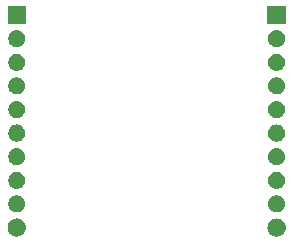
<source format=gbs>
G04 #@! TF.GenerationSoftware,KiCad,Pcbnew,(5.1.5-0-10_14)*
G04 #@! TF.CreationDate,2020-04-11T19:26:15-04:00*
G04 #@! TF.ProjectId,crazyflie-usd-spi3,6372617a-7966-46c6-9965-2d7573642d73,rev?*
G04 #@! TF.SameCoordinates,Original*
G04 #@! TF.FileFunction,Soldermask,Bot*
G04 #@! TF.FilePolarity,Negative*
%FSLAX46Y46*%
G04 Gerber Fmt 4.6, Leading zero omitted, Abs format (unit mm)*
G04 Created by KiCad (PCBNEW (5.1.5-0-10_14)) date 2020-04-11 19:26:15*
%MOMM*%
%LPD*%
G04 APERTURE LIST*
%ADD10C,0.100000*%
G04 APERTURE END LIST*
D10*
G36*
X160655946Y-76241142D02*
G01*
X160801092Y-76285171D01*
X160934859Y-76356671D01*
X161052106Y-76452894D01*
X161148329Y-76570141D01*
X161219829Y-76703908D01*
X161263858Y-76849054D01*
X161278725Y-77000000D01*
X161263858Y-77150946D01*
X161219829Y-77296092D01*
X161148329Y-77429859D01*
X161052106Y-77547106D01*
X160934859Y-77643329D01*
X160801092Y-77714829D01*
X160655946Y-77758858D01*
X160542820Y-77770000D01*
X160457180Y-77770000D01*
X160344054Y-77758858D01*
X160198908Y-77714829D01*
X160065141Y-77643329D01*
X159947894Y-77547106D01*
X159851671Y-77429859D01*
X159780171Y-77296092D01*
X159736142Y-77150946D01*
X159721275Y-77000000D01*
X159736142Y-76849054D01*
X159780171Y-76703908D01*
X159851671Y-76570141D01*
X159947894Y-76452894D01*
X160065141Y-76356671D01*
X160198908Y-76285171D01*
X160344054Y-76241142D01*
X160457180Y-76230000D01*
X160542820Y-76230000D01*
X160655946Y-76241142D01*
G37*
G36*
X138655946Y-76241142D02*
G01*
X138801092Y-76285171D01*
X138934859Y-76356671D01*
X139052106Y-76452894D01*
X139148329Y-76570141D01*
X139219829Y-76703908D01*
X139263858Y-76849054D01*
X139278725Y-77000000D01*
X139263858Y-77150946D01*
X139219829Y-77296092D01*
X139148329Y-77429859D01*
X139052106Y-77547106D01*
X138934859Y-77643329D01*
X138801092Y-77714829D01*
X138655946Y-77758858D01*
X138542820Y-77770000D01*
X138457180Y-77770000D01*
X138344054Y-77758858D01*
X138198908Y-77714829D01*
X138065141Y-77643329D01*
X137947894Y-77547106D01*
X137851671Y-77429859D01*
X137780171Y-77296092D01*
X137736142Y-77150946D01*
X137721275Y-77000000D01*
X137736142Y-76849054D01*
X137780171Y-76703908D01*
X137851671Y-76570141D01*
X137947894Y-76452894D01*
X138065141Y-76356671D01*
X138198908Y-76285171D01*
X138344054Y-76241142D01*
X138457180Y-76230000D01*
X138542820Y-76230000D01*
X138655946Y-76241142D01*
G37*
G36*
X160641440Y-74288930D02*
G01*
X160711475Y-74302861D01*
X160794678Y-74337325D01*
X160843419Y-74357514D01*
X160962161Y-74436855D01*
X161063145Y-74537839D01*
X161142486Y-74656581D01*
X161197139Y-74788526D01*
X161225000Y-74928593D01*
X161225000Y-75071407D01*
X161197139Y-75211474D01*
X161142486Y-75343419D01*
X161063145Y-75462161D01*
X160962161Y-75563145D01*
X160843419Y-75642486D01*
X160794678Y-75662675D01*
X160711475Y-75697139D01*
X160641441Y-75711069D01*
X160571407Y-75725000D01*
X160428593Y-75725000D01*
X160358560Y-75711070D01*
X160288525Y-75697139D01*
X160205322Y-75662675D01*
X160156581Y-75642486D01*
X160037839Y-75563145D01*
X159936855Y-75462161D01*
X159857514Y-75343419D01*
X159802861Y-75211474D01*
X159775000Y-75071407D01*
X159775000Y-74928593D01*
X159802861Y-74788526D01*
X159857514Y-74656581D01*
X159936855Y-74537839D01*
X160037839Y-74436855D01*
X160156581Y-74357514D01*
X160205322Y-74337325D01*
X160288525Y-74302861D01*
X160358560Y-74288930D01*
X160428593Y-74275000D01*
X160571407Y-74275000D01*
X160641440Y-74288930D01*
G37*
G36*
X138641440Y-74288930D02*
G01*
X138711475Y-74302861D01*
X138794678Y-74337325D01*
X138843419Y-74357514D01*
X138962161Y-74436855D01*
X139063145Y-74537839D01*
X139142486Y-74656581D01*
X139197139Y-74788526D01*
X139225000Y-74928593D01*
X139225000Y-75071407D01*
X139197139Y-75211474D01*
X139142486Y-75343419D01*
X139063145Y-75462161D01*
X138962161Y-75563145D01*
X138843419Y-75642486D01*
X138794678Y-75662675D01*
X138711475Y-75697139D01*
X138641440Y-75711070D01*
X138571407Y-75725000D01*
X138428593Y-75725000D01*
X138358560Y-75711070D01*
X138288525Y-75697139D01*
X138205322Y-75662675D01*
X138156581Y-75642486D01*
X138037839Y-75563145D01*
X137936855Y-75462161D01*
X137857514Y-75343419D01*
X137802861Y-75211474D01*
X137775000Y-75071407D01*
X137775000Y-74928593D01*
X137802861Y-74788526D01*
X137857514Y-74656581D01*
X137936855Y-74537839D01*
X138037839Y-74436855D01*
X138156581Y-74357514D01*
X138205322Y-74337325D01*
X138288525Y-74302861D01*
X138358560Y-74288930D01*
X138428593Y-74275000D01*
X138571407Y-74275000D01*
X138641440Y-74288930D01*
G37*
G36*
X160641441Y-72288931D02*
G01*
X160711475Y-72302861D01*
X160794678Y-72337325D01*
X160843419Y-72357514D01*
X160962161Y-72436855D01*
X161063145Y-72537839D01*
X161142486Y-72656581D01*
X161197139Y-72788526D01*
X161225000Y-72928593D01*
X161225000Y-73071407D01*
X161197139Y-73211474D01*
X161142486Y-73343419D01*
X161063145Y-73462161D01*
X160962161Y-73563145D01*
X160843419Y-73642486D01*
X160794678Y-73662675D01*
X160711475Y-73697139D01*
X160641440Y-73711070D01*
X160571407Y-73725000D01*
X160428593Y-73725000D01*
X160358560Y-73711070D01*
X160288525Y-73697139D01*
X160205322Y-73662675D01*
X160156581Y-73642486D01*
X160037839Y-73563145D01*
X159936855Y-73462161D01*
X159857514Y-73343419D01*
X159802861Y-73211474D01*
X159775000Y-73071407D01*
X159775000Y-72928593D01*
X159802861Y-72788526D01*
X159857514Y-72656581D01*
X159936855Y-72537839D01*
X160037839Y-72436855D01*
X160156581Y-72357514D01*
X160205322Y-72337325D01*
X160288525Y-72302861D01*
X160358559Y-72288931D01*
X160428593Y-72275000D01*
X160571407Y-72275000D01*
X160641441Y-72288931D01*
G37*
G36*
X138641441Y-72288931D02*
G01*
X138711475Y-72302861D01*
X138794678Y-72337325D01*
X138843419Y-72357514D01*
X138962161Y-72436855D01*
X139063145Y-72537839D01*
X139142486Y-72656581D01*
X139197139Y-72788526D01*
X139225000Y-72928593D01*
X139225000Y-73071407D01*
X139197139Y-73211474D01*
X139142486Y-73343419D01*
X139063145Y-73462161D01*
X138962161Y-73563145D01*
X138843419Y-73642486D01*
X138794678Y-73662675D01*
X138711475Y-73697139D01*
X138641440Y-73711070D01*
X138571407Y-73725000D01*
X138428593Y-73725000D01*
X138358560Y-73711070D01*
X138288525Y-73697139D01*
X138205322Y-73662675D01*
X138156581Y-73642486D01*
X138037839Y-73563145D01*
X137936855Y-73462161D01*
X137857514Y-73343419D01*
X137802861Y-73211474D01*
X137775000Y-73071407D01*
X137775000Y-72928593D01*
X137802861Y-72788526D01*
X137857514Y-72656581D01*
X137936855Y-72537839D01*
X138037839Y-72436855D01*
X138156581Y-72357514D01*
X138205322Y-72337325D01*
X138288525Y-72302861D01*
X138358559Y-72288931D01*
X138428593Y-72275000D01*
X138571407Y-72275000D01*
X138641441Y-72288931D01*
G37*
G36*
X160641440Y-70288930D02*
G01*
X160711475Y-70302861D01*
X160794678Y-70337325D01*
X160843419Y-70357514D01*
X160962161Y-70436855D01*
X161063145Y-70537839D01*
X161142486Y-70656581D01*
X161197139Y-70788526D01*
X161225000Y-70928593D01*
X161225000Y-71071407D01*
X161197139Y-71211474D01*
X161142486Y-71343419D01*
X161063145Y-71462161D01*
X160962161Y-71563145D01*
X160843419Y-71642486D01*
X160794678Y-71662675D01*
X160711475Y-71697139D01*
X160641440Y-71711070D01*
X160571407Y-71725000D01*
X160428593Y-71725000D01*
X160358560Y-71711070D01*
X160288525Y-71697139D01*
X160205322Y-71662675D01*
X160156581Y-71642486D01*
X160037839Y-71563145D01*
X159936855Y-71462161D01*
X159857514Y-71343419D01*
X159802861Y-71211474D01*
X159775000Y-71071407D01*
X159775000Y-70928593D01*
X159802861Y-70788526D01*
X159857514Y-70656581D01*
X159936855Y-70537839D01*
X160037839Y-70436855D01*
X160156581Y-70357514D01*
X160205322Y-70337325D01*
X160288525Y-70302861D01*
X160358560Y-70288930D01*
X160428593Y-70275000D01*
X160571407Y-70275000D01*
X160641440Y-70288930D01*
G37*
G36*
X138641440Y-70288930D02*
G01*
X138711475Y-70302861D01*
X138794678Y-70337325D01*
X138843419Y-70357514D01*
X138962161Y-70436855D01*
X139063145Y-70537839D01*
X139142486Y-70656581D01*
X139197139Y-70788526D01*
X139225000Y-70928593D01*
X139225000Y-71071407D01*
X139197139Y-71211474D01*
X139142486Y-71343419D01*
X139063145Y-71462161D01*
X138962161Y-71563145D01*
X138843419Y-71642486D01*
X138794678Y-71662675D01*
X138711475Y-71697139D01*
X138641440Y-71711070D01*
X138571407Y-71725000D01*
X138428593Y-71725000D01*
X138358560Y-71711070D01*
X138288525Y-71697139D01*
X138205322Y-71662675D01*
X138156581Y-71642486D01*
X138037839Y-71563145D01*
X137936855Y-71462161D01*
X137857514Y-71343419D01*
X137802861Y-71211474D01*
X137775000Y-71071407D01*
X137775000Y-70928593D01*
X137802861Y-70788526D01*
X137857514Y-70656581D01*
X137936855Y-70537839D01*
X138037839Y-70436855D01*
X138156581Y-70357514D01*
X138205322Y-70337325D01*
X138288525Y-70302861D01*
X138358560Y-70288930D01*
X138428593Y-70275000D01*
X138571407Y-70275000D01*
X138641440Y-70288930D01*
G37*
G36*
X160641441Y-68288931D02*
G01*
X160711475Y-68302861D01*
X160794678Y-68337325D01*
X160843419Y-68357514D01*
X160962161Y-68436855D01*
X161063145Y-68537839D01*
X161142486Y-68656581D01*
X161197139Y-68788526D01*
X161225000Y-68928593D01*
X161225000Y-69071407D01*
X161197139Y-69211474D01*
X161142486Y-69343419D01*
X161063145Y-69462161D01*
X160962161Y-69563145D01*
X160843419Y-69642486D01*
X160794678Y-69662675D01*
X160711475Y-69697139D01*
X160641441Y-69711069D01*
X160571407Y-69725000D01*
X160428593Y-69725000D01*
X160358559Y-69711069D01*
X160288525Y-69697139D01*
X160205322Y-69662675D01*
X160156581Y-69642486D01*
X160037839Y-69563145D01*
X159936855Y-69462161D01*
X159857514Y-69343419D01*
X159802861Y-69211474D01*
X159775000Y-69071407D01*
X159775000Y-68928593D01*
X159802861Y-68788526D01*
X159857514Y-68656581D01*
X159936855Y-68537839D01*
X160037839Y-68436855D01*
X160156581Y-68357514D01*
X160205322Y-68337325D01*
X160288525Y-68302861D01*
X160358559Y-68288931D01*
X160428593Y-68275000D01*
X160571407Y-68275000D01*
X160641441Y-68288931D01*
G37*
G36*
X138641441Y-68288931D02*
G01*
X138711475Y-68302861D01*
X138794678Y-68337325D01*
X138843419Y-68357514D01*
X138962161Y-68436855D01*
X139063145Y-68537839D01*
X139142486Y-68656581D01*
X139197139Y-68788526D01*
X139225000Y-68928593D01*
X139225000Y-69071407D01*
X139197139Y-69211474D01*
X139142486Y-69343419D01*
X139063145Y-69462161D01*
X138962161Y-69563145D01*
X138843419Y-69642486D01*
X138794678Y-69662675D01*
X138711475Y-69697139D01*
X138641441Y-69711069D01*
X138571407Y-69725000D01*
X138428593Y-69725000D01*
X138358559Y-69711069D01*
X138288525Y-69697139D01*
X138205322Y-69662675D01*
X138156581Y-69642486D01*
X138037839Y-69563145D01*
X137936855Y-69462161D01*
X137857514Y-69343419D01*
X137802861Y-69211474D01*
X137775000Y-69071407D01*
X137775000Y-68928593D01*
X137802861Y-68788526D01*
X137857514Y-68656581D01*
X137936855Y-68537839D01*
X138037839Y-68436855D01*
X138156581Y-68357514D01*
X138205322Y-68337325D01*
X138288525Y-68302861D01*
X138358559Y-68288931D01*
X138428593Y-68275000D01*
X138571407Y-68275000D01*
X138641441Y-68288931D01*
G37*
G36*
X160641441Y-66288931D02*
G01*
X160711475Y-66302861D01*
X160794678Y-66337325D01*
X160843419Y-66357514D01*
X160962161Y-66436855D01*
X161063145Y-66537839D01*
X161142486Y-66656581D01*
X161197139Y-66788526D01*
X161225000Y-66928593D01*
X161225000Y-67071407D01*
X161197139Y-67211474D01*
X161142486Y-67343419D01*
X161063145Y-67462161D01*
X160962161Y-67563145D01*
X160843419Y-67642486D01*
X160794678Y-67662675D01*
X160711475Y-67697139D01*
X160641441Y-67711069D01*
X160571407Y-67725000D01*
X160428593Y-67725000D01*
X160358559Y-67711069D01*
X160288525Y-67697139D01*
X160205322Y-67662675D01*
X160156581Y-67642486D01*
X160037839Y-67563145D01*
X159936855Y-67462161D01*
X159857514Y-67343419D01*
X159802861Y-67211474D01*
X159775000Y-67071407D01*
X159775000Y-66928593D01*
X159802861Y-66788526D01*
X159857514Y-66656581D01*
X159936855Y-66537839D01*
X160037839Y-66436855D01*
X160156581Y-66357514D01*
X160205322Y-66337325D01*
X160288525Y-66302861D01*
X160358559Y-66288931D01*
X160428593Y-66275000D01*
X160571407Y-66275000D01*
X160641441Y-66288931D01*
G37*
G36*
X138641441Y-66288931D02*
G01*
X138711475Y-66302861D01*
X138794678Y-66337325D01*
X138843419Y-66357514D01*
X138962161Y-66436855D01*
X139063145Y-66537839D01*
X139142486Y-66656581D01*
X139197139Y-66788526D01*
X139225000Y-66928593D01*
X139225000Y-67071407D01*
X139197139Y-67211474D01*
X139142486Y-67343419D01*
X139063145Y-67462161D01*
X138962161Y-67563145D01*
X138843419Y-67642486D01*
X138794678Y-67662675D01*
X138711475Y-67697139D01*
X138641441Y-67711069D01*
X138571407Y-67725000D01*
X138428593Y-67725000D01*
X138358559Y-67711069D01*
X138288525Y-67697139D01*
X138205322Y-67662675D01*
X138156581Y-67642486D01*
X138037839Y-67563145D01*
X137936855Y-67462161D01*
X137857514Y-67343419D01*
X137802861Y-67211474D01*
X137775000Y-67071407D01*
X137775000Y-66928593D01*
X137802861Y-66788526D01*
X137857514Y-66656581D01*
X137936855Y-66537839D01*
X138037839Y-66436855D01*
X138156581Y-66357514D01*
X138205322Y-66337325D01*
X138288525Y-66302861D01*
X138358559Y-66288931D01*
X138428593Y-66275000D01*
X138571407Y-66275000D01*
X138641441Y-66288931D01*
G37*
G36*
X138641441Y-64288931D02*
G01*
X138711475Y-64302861D01*
X138794678Y-64337325D01*
X138843419Y-64357514D01*
X138962161Y-64436855D01*
X139063145Y-64537839D01*
X139142486Y-64656581D01*
X139197139Y-64788526D01*
X139225000Y-64928593D01*
X139225000Y-65071407D01*
X139197139Y-65211474D01*
X139142486Y-65343419D01*
X139063145Y-65462161D01*
X138962161Y-65563145D01*
X138843419Y-65642486D01*
X138794678Y-65662675D01*
X138711475Y-65697139D01*
X138641441Y-65711069D01*
X138571407Y-65725000D01*
X138428593Y-65725000D01*
X138358559Y-65711069D01*
X138288525Y-65697139D01*
X138205322Y-65662675D01*
X138156581Y-65642486D01*
X138037839Y-65563145D01*
X137936855Y-65462161D01*
X137857514Y-65343419D01*
X137802861Y-65211474D01*
X137775000Y-65071407D01*
X137775000Y-64928593D01*
X137802861Y-64788526D01*
X137857514Y-64656581D01*
X137936855Y-64537839D01*
X138037839Y-64436855D01*
X138156581Y-64357514D01*
X138205322Y-64337325D01*
X138288525Y-64302861D01*
X138358559Y-64288931D01*
X138428593Y-64275000D01*
X138571407Y-64275000D01*
X138641441Y-64288931D01*
G37*
G36*
X160641441Y-64288931D02*
G01*
X160711475Y-64302861D01*
X160794678Y-64337325D01*
X160843419Y-64357514D01*
X160962161Y-64436855D01*
X161063145Y-64537839D01*
X161142486Y-64656581D01*
X161197139Y-64788526D01*
X161225000Y-64928593D01*
X161225000Y-65071407D01*
X161197139Y-65211474D01*
X161142486Y-65343419D01*
X161063145Y-65462161D01*
X160962161Y-65563145D01*
X160843419Y-65642486D01*
X160794678Y-65662675D01*
X160711475Y-65697139D01*
X160641441Y-65711069D01*
X160571407Y-65725000D01*
X160428593Y-65725000D01*
X160358559Y-65711069D01*
X160288525Y-65697139D01*
X160205322Y-65662675D01*
X160156581Y-65642486D01*
X160037839Y-65563145D01*
X159936855Y-65462161D01*
X159857514Y-65343419D01*
X159802861Y-65211474D01*
X159775000Y-65071407D01*
X159775000Y-64928593D01*
X159802861Y-64788526D01*
X159857514Y-64656581D01*
X159936855Y-64537839D01*
X160037839Y-64436855D01*
X160156581Y-64357514D01*
X160205322Y-64337325D01*
X160288525Y-64302861D01*
X160358559Y-64288931D01*
X160428593Y-64275000D01*
X160571407Y-64275000D01*
X160641441Y-64288931D01*
G37*
G36*
X138641441Y-62288931D02*
G01*
X138711475Y-62302861D01*
X138794678Y-62337325D01*
X138843419Y-62357514D01*
X138962161Y-62436855D01*
X139063145Y-62537839D01*
X139142486Y-62656581D01*
X139197139Y-62788526D01*
X139225000Y-62928593D01*
X139225000Y-63071407D01*
X139197139Y-63211474D01*
X139142486Y-63343419D01*
X139063145Y-63462161D01*
X138962161Y-63563145D01*
X138843419Y-63642486D01*
X138794678Y-63662675D01*
X138711475Y-63697139D01*
X138641440Y-63711070D01*
X138571407Y-63725000D01*
X138428593Y-63725000D01*
X138358560Y-63711070D01*
X138288525Y-63697139D01*
X138205322Y-63662675D01*
X138156581Y-63642486D01*
X138037839Y-63563145D01*
X137936855Y-63462161D01*
X137857514Y-63343419D01*
X137802861Y-63211474D01*
X137775000Y-63071407D01*
X137775000Y-62928593D01*
X137802861Y-62788526D01*
X137857514Y-62656581D01*
X137936855Y-62537839D01*
X138037839Y-62436855D01*
X138156581Y-62357514D01*
X138205322Y-62337325D01*
X138288525Y-62302861D01*
X138358559Y-62288931D01*
X138428593Y-62275000D01*
X138571407Y-62275000D01*
X138641441Y-62288931D01*
G37*
G36*
X160641441Y-62288931D02*
G01*
X160711475Y-62302861D01*
X160794678Y-62337325D01*
X160843419Y-62357514D01*
X160962161Y-62436855D01*
X161063145Y-62537839D01*
X161142486Y-62656581D01*
X161197139Y-62788526D01*
X161225000Y-62928593D01*
X161225000Y-63071407D01*
X161197139Y-63211474D01*
X161142486Y-63343419D01*
X161063145Y-63462161D01*
X160962161Y-63563145D01*
X160843419Y-63642486D01*
X160794678Y-63662675D01*
X160711475Y-63697139D01*
X160641440Y-63711070D01*
X160571407Y-63725000D01*
X160428593Y-63725000D01*
X160358560Y-63711070D01*
X160288525Y-63697139D01*
X160205322Y-63662675D01*
X160156581Y-63642486D01*
X160037839Y-63563145D01*
X159936855Y-63462161D01*
X159857514Y-63343419D01*
X159802861Y-63211474D01*
X159775000Y-63071407D01*
X159775000Y-62928593D01*
X159802861Y-62788526D01*
X159857514Y-62656581D01*
X159936855Y-62537839D01*
X160037839Y-62436855D01*
X160156581Y-62357514D01*
X160205322Y-62337325D01*
X160288525Y-62302861D01*
X160358559Y-62288931D01*
X160428593Y-62275000D01*
X160571407Y-62275000D01*
X160641441Y-62288931D01*
G37*
G36*
X138641441Y-60288931D02*
G01*
X138711475Y-60302861D01*
X138794678Y-60337325D01*
X138843419Y-60357514D01*
X138962161Y-60436855D01*
X139063145Y-60537839D01*
X139142486Y-60656581D01*
X139197139Y-60788526D01*
X139225000Y-60928593D01*
X139225000Y-61071407D01*
X139197139Y-61211474D01*
X139142486Y-61343419D01*
X139063145Y-61462161D01*
X138962161Y-61563145D01*
X138843419Y-61642486D01*
X138794678Y-61662675D01*
X138711475Y-61697139D01*
X138641441Y-61711069D01*
X138571407Y-61725000D01*
X138428593Y-61725000D01*
X138358559Y-61711069D01*
X138288525Y-61697139D01*
X138205322Y-61662675D01*
X138156581Y-61642486D01*
X138037839Y-61563145D01*
X137936855Y-61462161D01*
X137857514Y-61343419D01*
X137802861Y-61211474D01*
X137775000Y-61071407D01*
X137775000Y-60928593D01*
X137802861Y-60788526D01*
X137857514Y-60656581D01*
X137936855Y-60537839D01*
X138037839Y-60436855D01*
X138156581Y-60357514D01*
X138205322Y-60337325D01*
X138288525Y-60302861D01*
X138358559Y-60288931D01*
X138428593Y-60275000D01*
X138571407Y-60275000D01*
X138641441Y-60288931D01*
G37*
G36*
X160641441Y-60288931D02*
G01*
X160711475Y-60302861D01*
X160794678Y-60337325D01*
X160843419Y-60357514D01*
X160962161Y-60436855D01*
X161063145Y-60537839D01*
X161142486Y-60656581D01*
X161197139Y-60788526D01*
X161225000Y-60928593D01*
X161225000Y-61071407D01*
X161197139Y-61211474D01*
X161142486Y-61343419D01*
X161063145Y-61462161D01*
X160962161Y-61563145D01*
X160843419Y-61642486D01*
X160794678Y-61662675D01*
X160711475Y-61697139D01*
X160641441Y-61711069D01*
X160571407Y-61725000D01*
X160428593Y-61725000D01*
X160358559Y-61711069D01*
X160288525Y-61697139D01*
X160205322Y-61662675D01*
X160156581Y-61642486D01*
X160037839Y-61563145D01*
X159936855Y-61462161D01*
X159857514Y-61343419D01*
X159802861Y-61211474D01*
X159775000Y-61071407D01*
X159775000Y-60928593D01*
X159802861Y-60788526D01*
X159857514Y-60656581D01*
X159936855Y-60537839D01*
X160037839Y-60436855D01*
X160156581Y-60357514D01*
X160205322Y-60337325D01*
X160288525Y-60302861D01*
X160358559Y-60288931D01*
X160428593Y-60275000D01*
X160571407Y-60275000D01*
X160641441Y-60288931D01*
G37*
G36*
X139275000Y-59770000D02*
G01*
X137725000Y-59770000D01*
X137725000Y-58230000D01*
X139275000Y-58230000D01*
X139275000Y-59770000D01*
G37*
G36*
X161275000Y-59770000D02*
G01*
X159725000Y-59770000D01*
X159725000Y-58230000D01*
X161275000Y-58230000D01*
X161275000Y-59770000D01*
G37*
M02*

</source>
